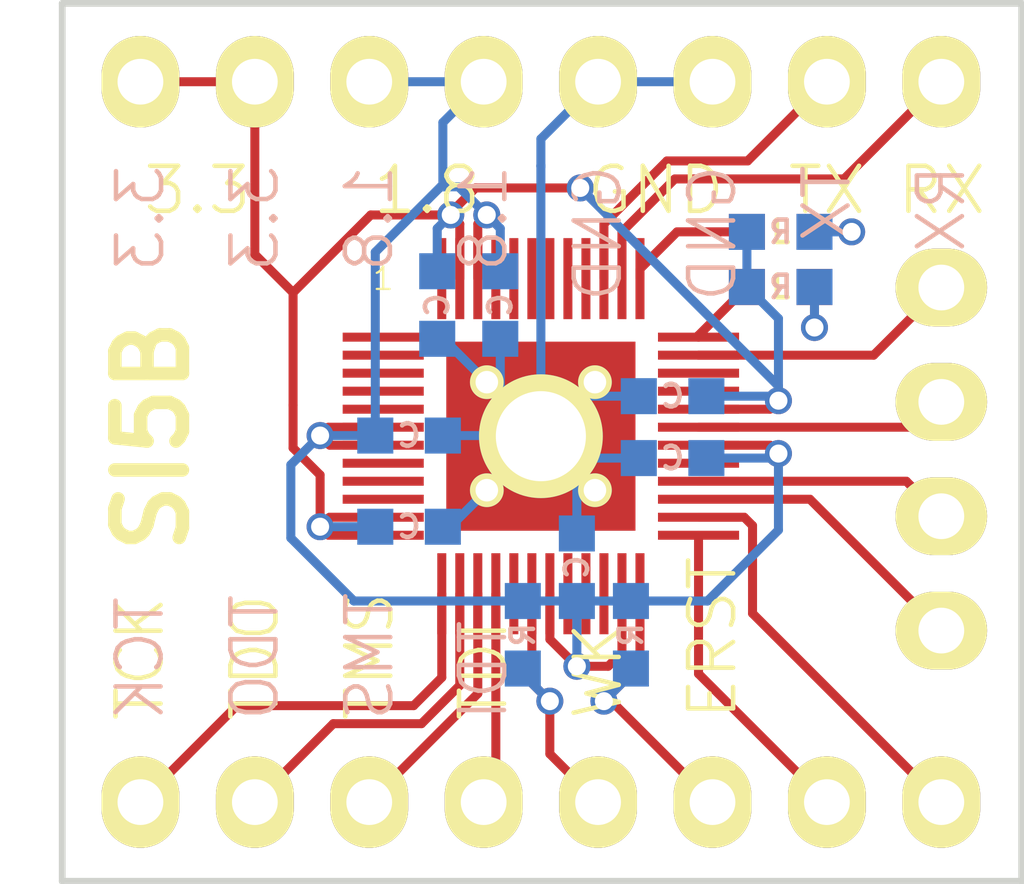
<source format=kicad_pcb>
(kicad_pcb (version 4) (host pcbnew 4.0.7-e2-6376~58~ubuntu16.04.1)

  (general
    (links 0)
    (no_connects 0)
    (area 0 0 0 0)
    (thickness 1.6)
    (drawings 28)
    (tracks 155)
    (zones 0)
    (modules 17)
    (nets 1)
  )

  (page A4)
  (layers
    (0 F.Cu signal)
    (31 B.Cu signal)
    (32 B.Adhes user)
    (33 F.Adhes user)
    (34 B.Paste user)
    (35 F.Paste user)
    (36 B.SilkS user)
    (37 F.SilkS user)
    (38 B.Mask user)
    (39 F.Mask user)
    (40 Dwgs.User user)
    (41 Cmts.User user)
    (42 Eco1.User user)
    (43 Eco2.User user)
    (44 Edge.Cuts user)
    (45 Margin user)
    (46 B.CrtYd user)
    (47 F.CrtYd user)
    (48 B.Fab user)
    (49 F.Fab user)
  )

  (setup
    (last_trace_width 0.2)
    (user_trace_width 0.2)
    (trace_clearance 0.2)
    (zone_clearance 0.508)
    (zone_45_only no)
    (trace_min 0.2)
    (segment_width 0.2)
    (edge_width 0.15)
    (via_size 0.6)
    (via_drill 0.4)
    (via_min_size 0.4)
    (via_min_drill 0.3)
    (uvia_size 0.3)
    (uvia_drill 0.1)
    (uvias_allowed no)
    (uvia_min_size 0.2)
    (uvia_min_drill 0.1)
    (pcb_text_width 0.3)
    (pcb_text_size 1.5 1.5)
    (mod_edge_width 0.15)
    (mod_text_size 1 1)
    (mod_text_width 0.15)
    (pad_size 1.524 1.524)
    (pad_drill 0.762)
    (pad_to_mask_clearance 0.2)
    (aux_axis_origin 0 0)
    (visible_elements FFFFFFFF)
    (pcbplotparams
      (layerselection 0x00030_80000001)
      (usegerberextensions false)
      (excludeedgelayer true)
      (linewidth 0.150000)
      (plotframeref false)
      (viasonmask false)
      (mode 1)
      (useauxorigin false)
      (hpglpennumber 1)
      (hpglpenspeed 20)
      (hpglpendiameter 15)
      (hpglpenoverlay 2)
      (psnegative false)
      (psa4output false)
      (plotreference true)
      (plotvalue true)
      (plotinvisibletext false)
      (padsonsilk false)
      (subtractmaskfromsilk false)
      (outputformat 1)
      (mirror false)
      (drillshape 1)
      (scaleselection 1)
      (outputdirectory ""))
  )

  (net 0 "")

  (net_class Default "This is the default net class."
    (clearance 0.2)
    (trace_width 0.25)
    (via_dia 0.6)
    (via_drill 0.4)
    (uvia_dia 0.3)
    (uvia_drill 0.1)
  )

  (module 00my_modules:SIFIVE-FE310-G000 (layer F.Cu) (tedit 5ADFBE1C) (tstamp 5ADFC02E)
    (at 144.526 99.314)
    (descr QFN6X6)
    (tags QFN6X6)
    (attr smd)
    (fp_text reference "" (at 0 -5.5) (layer F.SilkS)
      (effects (font (size 1 1) (thickness 0.15)))
    )
    (fp_text value 1 (at -3.5 -3.5) (layer F.SilkS)
      (effects (font (size 0.5 0.5) (thickness 0.05)))
    )
    (fp_line (start -3 -3) (end -3 3) (layer F.CrtYd) (width 0.05))
    (fp_line (start 3 -3) (end 3 3) (layer F.CrtYd) (width 0.05))
    (fp_line (start -3 -3) (end 3 -3) (layer F.CrtYd) (width 0.05))
    (fp_line (start -3 3) (end 3 3) (layer F.CrtYd) (width 0.05))
    (fp_line (start -2.6 -2.6) (end -2.6 2.6) (layer F.CrtYd) (width 0.05))
    (fp_line (start 2.6 -2.6) (end 2.6 2.6) (layer F.CrtYd) (width 0.05))
    (fp_line (start -2.6 -2.6) (end 2.6 -2.6) (layer F.CrtYd) (width 0.05))
    (fp_line (start -2.6 2.6) (end 2.6 2.6) (layer F.CrtYd) (width 0.05))
    (fp_line (start -2.1 -2.1) (end -2.1 2.1) (layer F.CrtYd) (width 0.05))
    (fp_line (start 2.1 -2.1) (end 2.1 2.1) (layer F.CrtYd) (width 0.05))
    (fp_line (start -2.1 -2.1) (end 2.1 -2.1) (layer F.CrtYd) (width 0.05))
    (fp_line (start -2.1 2.1) (end 2.1 2.1) (layer F.CrtYd) (width 0.05))
    (pad DQ3 smd rect (at -3.5 -2.2) (size 1.8 0.2) (layers F.Cu F.Paste F.Mask))
    (pad DQ2 smd rect (at -3.5 -1.8) (size 1.8 0.2) (layers F.Cu F.Paste F.Mask))
    (pad DQ1 smd rect (at -3.5 -1.4) (size 1.8 0.2) (layers F.Cu F.Paste F.Mask))
    (pad DQ0 smd rect (at -3.5 -1) (size 1.8 0.2) (layers F.Cu F.Paste F.Mask))
    (pad CS smd rect (at -3.5 -0.6) (size 1.8 0.2) (layers F.Cu F.Paste F.Mask))
    (pad 1.8V smd rect (at -3.5 -0.2) (size 1.8 0.2) (layers F.Cu F.Paste F.Mask))
    (pad 1.8V smd rect (at -3.5 0.2) (size 1.8 0.2) (layers F.Cu F.Paste F.Mask))
    (pad PLL smd rect (at -3.5 0.6) (size 1.8 0.2) (layers F.Cu F.Paste F.Mask))
    (pad XIN smd rect (at -3.5 1) (size 1.8 0.2) (layers F.Cu F.Paste F.Mask))
    (pad NC smd rect (at -3.5 1.4) (size 1.8 0.2) (layers F.Cu F.Paste F.Mask))
    (pad 3.3V smd rect (at -3.5 1.8) (size 1.8 0.2) (layers F.Cu F.Paste F.Mask))
    (pad 3.3V smd rect (at -3.5 2.2) (size 1.8 0.2) (layers F.Cu F.Paste F.Mask))
    (pad TCK smd rect (at -2.2 3.5 90) (size 1.8 0.2) (layers F.Cu F.Paste F.Mask))
    (pad TDO smd rect (at -1.8 3.5 90) (size 1.8 0.2) (layers F.Cu F.Paste F.Mask))
    (pad TMS smd rect (at -1.4 3.5 90) (size 1.8 0.2) (layers F.Cu F.Paste F.Mask))
    (pad TDI smd rect (at -1 3.5 90) (size 1.8 0.2) (layers F.Cu F.Paste F.Mask))
    (pad 17 smd rect (at -0.6 3.5 90) (size 1.8 0.2) (layers F.Cu F.Paste F.Mask))
    (pad WAKE smd rect (at -0.2 3.5 90) (size 1.8 0.2) (layers F.Cu F.Paste F.Mask))
    (pad 1.8V smd rect (at 0.2 3.5 90) (size 1.8 0.2) (layers F.Cu F.Paste F.Mask))
    (pad 20 smd rect (at 0.6 3.5 90) (size 1.8 0.2) (layers F.Cu F.Paste F.Mask))
    (pad 21 smd rect (at 1 3.5 90) (size 1.8 0.2) (layers F.Cu F.Paste F.Mask))
    (pad 22 smd rect (at 1.4 3.5 90) (size 1.8 0.2) (layers F.Cu F.Paste F.Mask))
    (pad 1.8V smd rect (at 1.8 3.5 90) (size 1.8 0.2) (layers F.Cu F.Paste F.Mask))
    (pad ERST smd rect (at 2.2 3.5 90) (size 1.8 0.2) (layers F.Cu F.Paste F.Mask))
    (pad G00 smd rect (at 3.5 2.2) (size 1.8 0.2) (layers F.Cu F.Paste F.Mask))
    (pad G01 smd rect (at 3.5 1.8) (size 1.8 0.2) (layers F.Cu F.Paste F.Mask))
    (pad G02 smd rect (at 3.5 1.4) (size 1.8 0.2) (layers F.Cu F.Paste F.Mask))
    (pad G03 smd rect (at 3.5 1) (size 1.8 0.2) (layers F.Cu F.Paste F.Mask))
    (pad G04 smd rect (at 3.5 0.6) (size 1.8 0.2) (layers F.Cu F.Paste F.Mask))
    (pad 1.8V smd rect (at 3.5 0.2) (size 1.8 0.2) (layers F.Cu F.Paste F.Mask))
    (pad G05 smd rect (at 3.5 -0.2) (size 1.8 0.2) (layers F.Cu F.Paste F.Mask))
    (pad 3.3V smd rect (at 3.5 -0.6) (size 1.8 0.2) (layers F.Cu F.Paste F.Mask))
    (pad G09 smd rect (at 3.5 -1) (size 1.8 0.2) (layers F.Cu F.Paste F.Mask))
    (pad G10 smd rect (at 3.5 -1.4) (size 1.8 0.2) (layers F.Cu F.Paste F.Mask))
    (pad G11 smd rect (at 3.5 -1.8) (size 1.8 0.2) (layers F.Cu F.Paste F.Mask))
    (pad G12 smd rect (at 3.5 -2.2) (size 1.8 0.2) (layers F.Cu F.Paste F.Mask))
    (pad G13 smd rect (at 2.2 -3.5 90) (size 1.8 0.2) (layers F.Cu F.Paste F.Mask))
    (pad RX smd rect (at 1.8 -3.5 90) (size 1.8 0.2) (layers F.Cu F.Paste F.Mask))
    (pad TX smd rect (at 1.4 -3.5 90) (size 1.8 0.2) (layers F.Cu F.Paste F.Mask))
    (pad G18 smd rect (at 1 -3.5 90) (size 1.8 0.2) (layers F.Cu F.Paste F.Mask))
    (pad G19 smd rect (at 0.6 -3.5 90) (size 1.8 0.2) (layers F.Cu F.Paste F.Mask))
    (pad G20 smd rect (at 0.2 -3.5 90) (size 1.8 0.2) (layers F.Cu F.Paste F.Mask))
    (pad G21 smd rect (at -0.2 -3.5 90) (size 1.8 0.2) (layers F.Cu F.Paste F.Mask))
    (pad G22 smd rect (at -0.6 -3.5 90) (size 1.8 0.2) (layers F.Cu F.Paste F.Mask))
    (pad G23 smd rect (at -1 -3.5 90) (size 1.8 0.2) (layers F.Cu F.Paste F.Mask))
    (pad 1.8V smd rect (at -1.4 -3.5 90) (size 1.8 0.2) (layers F.Cu F.Paste F.Mask))
    (pad 3.3V smd rect (at -1.8 -3.5 90) (size 1.8 0.2) (layers F.Cu F.Paste F.Mask))
    (pad SCK smd rect (at -2.2 -3.5 90) (size 1.8 0.2) (layers F.Cu F.Paste F.Mask))
    (pad GND smd rect (at 0 0) (size 4.2 4.2) (layers F.Cu F.Paste F.Mask))
    (pad "" thru_hole circle (at 0 0) (size 2.75 2.75) (drill 2) (layers *.Cu *.Mask F.SilkS))
    (pad "" thru_hole circle (at 1.2 1.2) (size 0.75 0.75) (drill 0.5) (layers *.Cu *.Mask F.SilkS))
    (pad "" thru_hole circle (at 1.2 -1.2) (size 0.75 0.75) (drill 0.5) (layers *.Cu *.Mask F.SilkS))
    (pad "" thru_hole circle (at -1.2 1.2) (size 0.75 0.75) (drill 0.5) (layers *.Cu *.Mask F.SilkS))
    (pad "" thru_hole circle (at -1.2 -1.2) (size 0.75 0.75) (drill 0.5) (layers *.Cu *.Mask F.SilkS))
  )

  (module 00my_modules:R_0603 (layer B.Cu) (tedit 5ADFD1C4) (tstamp 5ADFC4F7)
    (at 141.6 101.325)
    (descr R0603)
    (tags "resistor capacitor led 0603")
    (attr smd)
    (fp_text reference C (at 0 0) (layer B.SilkS)
      (effects (font (size 0.5 0.5) (thickness 0.1)) (justify mirror))
    )
    (fp_text value "" (at 0 -0.6) (layer B.Fab)
      (effects (font (size 0.1 0.1) (thickness 0.01)) (justify mirror))
    )
    (fp_line (start -1.2 0.45) (end 1.2 0.45) (layer B.CrtYd) (width 0.01))
    (fp_line (start -1.2 -0.45) (end 1.2 -0.45) (layer B.CrtYd) (width 0.01))
    (fp_line (start -1.2 0.45) (end -1.2 -0.45) (layer B.CrtYd) (width 0.01))
    (fp_line (start 1.2 0.45) (end 1.2 -0.45) (layer B.CrtYd) (width 0.01))
    (pad 1 smd rect (at -0.75 0) (size 0.8 0.8) (layers B.Cu B.Paste B.Mask))
    (pad 2 smd rect (at 0.75 0) (size 0.8 0.8) (layers B.Cu B.Paste B.Mask))
  )

  (module 00my_modules:R_0603 (layer B.Cu) (tedit 5ADFD212) (tstamp 5ADFC50A)
    (at 147.45 98.425)
    (descr R0603)
    (tags "resistor capacitor led 0603")
    (attr smd)
    (fp_text reference C (at 0 0) (layer B.SilkS)
      (effects (font (size 0.5 0.5) (thickness 0.1)) (justify mirror))
    )
    (fp_text value "" (at 0 -0.6) (layer B.Fab)
      (effects (font (size 0.1 0.1) (thickness 0.01)) (justify mirror))
    )
    (fp_line (start -1.2 0.45) (end 1.2 0.45) (layer B.CrtYd) (width 0.01))
    (fp_line (start -1.2 -0.45) (end 1.2 -0.45) (layer B.CrtYd) (width 0.01))
    (fp_line (start -1.2 0.45) (end -1.2 -0.45) (layer B.CrtYd) (width 0.01))
    (fp_line (start 1.2 0.45) (end 1.2 -0.45) (layer B.CrtYd) (width 0.01))
    (pad 1 smd rect (at -0.75 0) (size 0.8 0.8) (layers B.Cu B.Paste B.Mask))
    (pad 2 smd rect (at 0.75 0) (size 0.8 0.8) (layers B.Cu B.Paste B.Mask))
  )

  (module 00my_modules:R_0603 (layer B.Cu) (tedit 5ADFD21E) (tstamp 5ADFC51D)
    (at 147.45 99.8)
    (descr R0603)
    (tags "resistor capacitor led 0603")
    (attr smd)
    (fp_text reference C (at 0 0) (layer B.SilkS)
      (effects (font (size 0.5 0.5) (thickness 0.1)) (justify mirror))
    )
    (fp_text value "" (at 0 -0.6) (layer B.Fab)
      (effects (font (size 0.1 0.1) (thickness 0.01)) (justify mirror))
    )
    (fp_line (start -1.2 0.45) (end 1.2 0.45) (layer B.CrtYd) (width 0.01))
    (fp_line (start -1.2 -0.45) (end 1.2 -0.45) (layer B.CrtYd) (width 0.01))
    (fp_line (start -1.2 0.45) (end -1.2 -0.45) (layer B.CrtYd) (width 0.01))
    (fp_line (start 1.2 0.45) (end 1.2 -0.45) (layer B.CrtYd) (width 0.01))
    (pad 1 smd rect (at -0.75 0) (size 0.8 0.8) (layers B.Cu B.Paste B.Mask))
    (pad 2 smd rect (at 0.75 0) (size 0.8 0.8) (layers B.Cu B.Paste B.Mask))
  )

  (module 00my_modules:R_0603 (layer B.Cu) (tedit 5ADFD1AE) (tstamp 5ADFC530)
    (at 145.325 102.225 90)
    (descr R0603)
    (tags "resistor capacitor led 0603")
    (attr smd)
    (fp_text reference C (at 0 0 90) (layer B.SilkS)
      (effects (font (size 0.5 0.5) (thickness 0.1)) (justify mirror))
    )
    (fp_text value "" (at 0 -0.6 90) (layer B.Fab)
      (effects (font (size 0.1 0.1) (thickness 0.01)) (justify mirror))
    )
    (fp_line (start -1.2 0.45) (end 1.2 0.45) (layer B.CrtYd) (width 0.01))
    (fp_line (start -1.2 -0.45) (end 1.2 -0.45) (layer B.CrtYd) (width 0.01))
    (fp_line (start -1.2 0.45) (end -1.2 -0.45) (layer B.CrtYd) (width 0.01))
    (fp_line (start 1.2 0.45) (end 1.2 -0.45) (layer B.CrtYd) (width 0.01))
    (pad 1 smd rect (at -0.75 0 90) (size 0.8 0.8) (layers B.Cu B.Paste B.Mask))
    (pad 2 smd rect (at 0.75 0 90) (size 0.8 0.8) (layers B.Cu B.Paste B.Mask))
  )

  (module 00my_modules:R_0603 (layer B.Cu) (tedit 5ADFD1D6) (tstamp 5ADFC547)
    (at 141.6 99.3)
    (descr R0603)
    (tags "resistor capacitor led 0603")
    (attr smd)
    (fp_text reference C (at 0 0) (layer B.SilkS)
      (effects (font (size 0.5 0.5) (thickness 0.1)) (justify mirror))
    )
    (fp_text value "" (at 0 -0.6) (layer B.Fab)
      (effects (font (size 0.1 0.1) (thickness 0.01)) (justify mirror))
    )
    (fp_line (start -1.2 0.45) (end 1.2 0.45) (layer B.CrtYd) (width 0.01))
    (fp_line (start -1.2 -0.45) (end 1.2 -0.45) (layer B.CrtYd) (width 0.01))
    (fp_line (start -1.2 0.45) (end -1.2 -0.45) (layer B.CrtYd) (width 0.01))
    (fp_line (start 1.2 0.45) (end 1.2 -0.45) (layer B.CrtYd) (width 0.01))
    (pad 1 smd rect (at -0.75 0) (size 0.8 0.8) (layers B.Cu B.Paste B.Mask))
    (pad 2 smd rect (at 0.75 0) (size 0.8 0.8) (layers B.Cu B.Paste B.Mask))
  )

  (module 00my_modules:R_0603 (layer B.Cu) (tedit 5ADFD1E4) (tstamp 5ADFC55A)
    (at 142.225 96.4 90)
    (descr R0603)
    (tags "resistor capacitor led 0603")
    (attr smd)
    (fp_text reference C (at 0 0 90) (layer B.SilkS)
      (effects (font (size 0.5 0.5) (thickness 0.1)) (justify mirror))
    )
    (fp_text value "" (at 0 -0.6 90) (layer B.Fab)
      (effects (font (size 0.1 0.1) (thickness 0.01)) (justify mirror))
    )
    (fp_line (start -1.2 0.45) (end 1.2 0.45) (layer B.CrtYd) (width 0.01))
    (fp_line (start -1.2 -0.45) (end 1.2 -0.45) (layer B.CrtYd) (width 0.01))
    (fp_line (start -1.2 0.45) (end -1.2 -0.45) (layer B.CrtYd) (width 0.01))
    (fp_line (start 1.2 0.45) (end 1.2 -0.45) (layer B.CrtYd) (width 0.01))
    (pad 1 smd rect (at -0.75 0 90) (size 0.8 0.8) (layers B.Cu B.Paste B.Mask))
    (pad 2 smd rect (at 0.75 0 90) (size 0.8 0.8) (layers B.Cu B.Paste B.Mask))
  )

  (module 00my_modules:R_0603 (layer B.Cu) (tedit 5ADFD1F3) (tstamp 5ADFC56D)
    (at 143.625 96.4 90)
    (descr R0603)
    (tags "resistor capacitor led 0603")
    (attr smd)
    (fp_text reference C (at 0 0 90) (layer B.SilkS)
      (effects (font (size 0.5 0.5) (thickness 0.1)) (justify mirror))
    )
    (fp_text value "" (at 0 -0.6 90) (layer B.Fab)
      (effects (font (size 0.1 0.1) (thickness 0.01)) (justify mirror))
    )
    (fp_line (start -1.2 0.45) (end 1.2 0.45) (layer B.CrtYd) (width 0.01))
    (fp_line (start -1.2 -0.45) (end 1.2 -0.45) (layer B.CrtYd) (width 0.01))
    (fp_line (start -1.2 0.45) (end -1.2 -0.45) (layer B.CrtYd) (width 0.01))
    (fp_line (start 1.2 0.45) (end 1.2 -0.45) (layer B.CrtYd) (width 0.01))
    (pad 1 smd rect (at -0.75 0 90) (size 0.8 0.8) (layers B.Cu B.Paste B.Mask))
    (pad 2 smd rect (at 0.75 0 90) (size 0.8 0.8) (layers B.Cu B.Paste B.Mask))
  )

  (module 00my_modules:R_0603 (layer B.Cu) (tedit 5ADFD175) (tstamp 5ADFC623)
    (at 144.125 103.725 90)
    (descr R0603)
    (tags "resistor capacitor led 0603")
    (attr smd)
    (fp_text reference R (at 0 0 90) (layer B.SilkS)
      (effects (font (size 0.5 0.5) (thickness 0.1)) (justify mirror))
    )
    (fp_text value "" (at 0 -0.6 90) (layer B.Fab)
      (effects (font (size 0.1 0.1) (thickness 0.01)) (justify mirror))
    )
    (fp_line (start -1.2 0.45) (end 1.2 0.45) (layer B.CrtYd) (width 0.01))
    (fp_line (start -1.2 -0.45) (end 1.2 -0.45) (layer B.CrtYd) (width 0.01))
    (fp_line (start -1.2 0.45) (end -1.2 -0.45) (layer B.CrtYd) (width 0.01))
    (fp_line (start 1.2 0.45) (end 1.2 -0.45) (layer B.CrtYd) (width 0.01))
    (pad 1 smd rect (at -0.75 0 90) (size 0.8 0.8) (layers B.Cu B.Paste B.Mask))
    (pad 2 smd rect (at 0.75 0 90) (size 0.8 0.8) (layers B.Cu B.Paste B.Mask))
  )

  (module 00my_modules:R_0603 (layer B.Cu) (tedit 5ADFD18F) (tstamp 5ADFC636)
    (at 146.525 103.725 90)
    (descr R0603)
    (tags "resistor capacitor led 0603")
    (attr smd)
    (fp_text reference R (at 0 0 90) (layer B.SilkS)
      (effects (font (size 0.5 0.5) (thickness 0.1)) (justify mirror))
    )
    (fp_text value "" (at 0 -0.6 90) (layer B.Fab)
      (effects (font (size 0.1 0.1) (thickness 0.01)) (justify mirror))
    )
    (fp_line (start -1.2 0.45) (end 1.2 0.45) (layer B.CrtYd) (width 0.01))
    (fp_line (start -1.2 -0.45) (end 1.2 -0.45) (layer B.CrtYd) (width 0.01))
    (fp_line (start -1.2 0.45) (end -1.2 -0.45) (layer B.CrtYd) (width 0.01))
    (fp_line (start 1.2 0.45) (end 1.2 -0.45) (layer B.CrtYd) (width 0.01))
    (pad 1 smd rect (at -0.75 0 90) (size 0.8 0.8) (layers B.Cu B.Paste B.Mask))
    (pad 2 smd rect (at 0.75 0 90) (size 0.8 0.8) (layers B.Cu B.Paste B.Mask))
  )

  (module 00my_modules:Pin_Header_Straight_1x08 (layer F.Cu) (tedit 0) (tstamp 5ADFC9BA)
    (at 135.636 91.44 90)
    (descr "Through hole pin header")
    (tags "pin header")
    (fp_text reference "" (at 0 -2.4 90) (layer F.SilkS)
      (effects (font (size 0.5 0.5) (thickness 0.01)))
    )
    (fp_text value "" (at 0 -3.1 90) (layer F.Fab)
      (effects (font (size 0.5 0.5) (thickness 0.01)))
    )
    (fp_line (start -1.75 -1.75) (end -1.75 19.56) (layer F.CrtYd) (width 0.05))
    (fp_line (start 1.75 -1.75) (end 1.75 19.56) (layer F.CrtYd) (width 0.05))
    (fp_line (start -1.75 -1.75) (end 1.75 -1.75) (layer F.CrtYd) (width 0.05))
    (fp_line (start -1.75 19.56) (end 1.75 19.56) (layer F.CrtYd) (width 0.05))
    (pad 1 thru_hole oval (at 0 0 90) (size 2.032 1.7272) (drill 1.016) (layers *.Cu *.Mask F.SilkS))
    (pad 2 thru_hole oval (at 0 2.54 90) (size 2.032 1.7272) (drill 1.016) (layers *.Cu *.Mask F.SilkS))
    (pad 3 thru_hole oval (at 0 5.08 90) (size 2.032 1.7272) (drill 1.016) (layers *.Cu *.Mask F.SilkS))
    (pad 4 thru_hole oval (at 0 7.62 90) (size 2.032 1.7272) (drill 1.016) (layers *.Cu *.Mask F.SilkS))
    (pad 5 thru_hole oval (at 0 10.16 90) (size 2.032 1.7272) (drill 1.016) (layers *.Cu *.Mask F.SilkS))
    (pad 6 thru_hole oval (at 0 12.7 90) (size 2.032 1.7272) (drill 1.016) (layers *.Cu *.Mask F.SilkS))
    (pad 7 thru_hole oval (at 0 15.24 90) (size 2.032 1.7272) (drill 1.016) (layers *.Cu *.Mask F.SilkS))
    (pad 8 thru_hole oval (at 0 17.78 90) (size 2.032 1.7272) (drill 1.016) (layers *.Cu *.Mask F.SilkS))
  )

  (module 00my_modules:Pin_Header_Straight_1x08 (layer F.Cu) (tedit 0) (tstamp 5ADFC9FB)
    (at 135.636 107.442 90)
    (descr "Through hole pin header")
    (tags "pin header")
    (fp_text reference "" (at 0 -2.4 90) (layer F.SilkS)
      (effects (font (size 0.5 0.5) (thickness 0.01)))
    )
    (fp_text value "" (at 0 -3.1 90) (layer F.Fab)
      (effects (font (size 0.5 0.5) (thickness 0.01)))
    )
    (fp_line (start -1.75 -1.75) (end -1.75 19.56) (layer F.CrtYd) (width 0.05))
    (fp_line (start 1.75 -1.75) (end 1.75 19.56) (layer F.CrtYd) (width 0.05))
    (fp_line (start -1.75 -1.75) (end 1.75 -1.75) (layer F.CrtYd) (width 0.05))
    (fp_line (start -1.75 19.56) (end 1.75 19.56) (layer F.CrtYd) (width 0.05))
    (pad 1 thru_hole oval (at 0 0 90) (size 2.032 1.7272) (drill 1.016) (layers *.Cu *.Mask F.SilkS))
    (pad 2 thru_hole oval (at 0 2.54 90) (size 2.032 1.7272) (drill 1.016) (layers *.Cu *.Mask F.SilkS))
    (pad 3 thru_hole oval (at 0 5.08 90) (size 2.032 1.7272) (drill 1.016) (layers *.Cu *.Mask F.SilkS))
    (pad 4 thru_hole oval (at 0 7.62 90) (size 2.032 1.7272) (drill 1.016) (layers *.Cu *.Mask F.SilkS))
    (pad 5 thru_hole oval (at 0 10.16 90) (size 2.032 1.7272) (drill 1.016) (layers *.Cu *.Mask F.SilkS))
    (pad 6 thru_hole oval (at 0 12.7 90) (size 2.032 1.7272) (drill 1.016) (layers *.Cu *.Mask F.SilkS))
    (pad 7 thru_hole oval (at 0 15.24 90) (size 2.032 1.7272) (drill 1.016) (layers *.Cu *.Mask F.SilkS))
    (pad 8 thru_hole oval (at 0 17.78 90) (size 2.032 1.7272) (drill 1.016) (layers *.Cu *.Mask F.SilkS))
  )

  (module 00my_modules:R_0603 (layer B.Cu) (tedit 5ADFD24D) (tstamp 5ADFCA33)
    (at 149.85 94.775)
    (descr R0603)
    (tags "resistor capacitor led 0603")
    (attr smd)
    (fp_text reference R (at 0 0) (layer B.SilkS)
      (effects (font (size 0.5 0.5) (thickness 0.1)) (justify mirror))
    )
    (fp_text value "" (at 0 -0.6) (layer B.Fab)
      (effects (font (size 0.1 0.1) (thickness 0.01)) (justify mirror))
    )
    (fp_line (start -1.2 0.45) (end 1.2 0.45) (layer B.CrtYd) (width 0.01))
    (fp_line (start -1.2 -0.45) (end 1.2 -0.45) (layer B.CrtYd) (width 0.01))
    (fp_line (start -1.2 0.45) (end -1.2 -0.45) (layer B.CrtYd) (width 0.01))
    (fp_line (start 1.2 0.45) (end 1.2 -0.45) (layer B.CrtYd) (width 0.01))
    (pad 1 smd rect (at -0.75 0) (size 0.8 0.8) (layers B.Cu B.Paste B.Mask))
    (pad 2 smd rect (at 0.75 0) (size 0.8 0.8) (layers B.Cu B.Paste B.Mask))
  )

  (module 00my_modules:L_0603 (layer F.Cu) (tedit 5ADFD2A2) (tstamp 5ADFCC19)
    (at 149.85 94.775 180)
    (descr R0603)
    (tags "resistor capacitor led 0603")
    (attr smd)
    (fp_text reference L (at 0 0 180) (layer F.SilkS)
      (effects (font (size 0.5 0.5) (thickness 0.1)))
    )
    (fp_text value "" (at 0 0.6 180) (layer F.Fab)
      (effects (font (size 0.1 0.1) (thickness 0.01)))
    )
    (fp_line (start -1.2 -0.45) (end 1.2 -0.45) (layer F.CrtYd) (width 0.01))
    (fp_line (start -1.2 0.45) (end 1.2 0.45) (layer F.CrtYd) (width 0.01))
    (fp_line (start -1.2 -0.45) (end -1.2 0.45) (layer F.CrtYd) (width 0.01))
    (fp_line (start 1.2 -0.45) (end 1.2 0.45) (layer F.CrtYd) (width 0.01))
    (fp_line (start -0.1 0) (end 0.1 0.2) (layer F.CrtYd) (width 0.01))
    (fp_line (start -0.1 0) (end 0.1 -0.2) (layer F.CrtYd) (width 0.01))
    (fp_line (start -0.1 0.2) (end -0.1 -0.2) (layer F.CrtYd) (width 0.01))
    (fp_line (start 0.1 0.2) (end 0.1 -0.2) (layer F.CrtYd) (width 0.01))
    (pad 1 smd rect (at -0.75 0 180) (size 0.8 0.8) (layers F.Cu F.Paste F.Mask))
    (pad 2 smd rect (at 0.75 0 180) (size 0.8 0.8) (layers F.Cu F.Paste F.Mask))
  )

  (module 00my_modules:R_0603 (layer B.Cu) (tedit 5ADFD26D) (tstamp 5ADFCC9F)
    (at 149.85 96)
    (descr R0603)
    (tags "resistor capacitor led 0603")
    (attr smd)
    (fp_text reference R (at 0 0) (layer B.SilkS)
      (effects (font (size 0.5 0.5) (thickness 0.1)) (justify mirror))
    )
    (fp_text value "" (at 0 -0.6) (layer B.Fab)
      (effects (font (size 0.1 0.1) (thickness 0.01)) (justify mirror))
    )
    (fp_line (start -1.2 0.45) (end 1.2 0.45) (layer B.CrtYd) (width 0.01))
    (fp_line (start -1.2 -0.45) (end 1.2 -0.45) (layer B.CrtYd) (width 0.01))
    (fp_line (start -1.2 0.45) (end -1.2 -0.45) (layer B.CrtYd) (width 0.01))
    (fp_line (start 1.2 0.45) (end 1.2 -0.45) (layer B.CrtYd) (width 0.01))
    (pad 1 smd rect (at -0.75 0) (size 0.8 0.8) (layers B.Cu B.Paste B.Mask))
    (pad 2 smd rect (at 0.75 0) (size 0.8 0.8) (layers B.Cu B.Paste B.Mask))
  )

  (module 00my_modules:L_0603 (layer F.Cu) (tedit 5ADFD28E) (tstamp 5ADFCCE2)
    (at 149.85 96 180)
    (descr R0603)
    (tags "resistor capacitor led 0603")
    (attr smd)
    (fp_text reference L (at 0 0 180) (layer F.SilkS)
      (effects (font (size 0.5 0.5) (thickness 0.1)))
    )
    (fp_text value "" (at 0 0.6 180) (layer F.Fab)
      (effects (font (size 0.1 0.1) (thickness 0.01)))
    )
    (fp_line (start -1.2 -0.45) (end 1.2 -0.45) (layer F.CrtYd) (width 0.01))
    (fp_line (start -1.2 0.45) (end 1.2 0.45) (layer F.CrtYd) (width 0.01))
    (fp_line (start -1.2 -0.45) (end -1.2 0.45) (layer F.CrtYd) (width 0.01))
    (fp_line (start 1.2 -0.45) (end 1.2 0.45) (layer F.CrtYd) (width 0.01))
    (fp_line (start -0.1 0) (end 0.1 0.2) (layer F.CrtYd) (width 0.01))
    (fp_line (start -0.1 0) (end 0.1 -0.2) (layer F.CrtYd) (width 0.01))
    (fp_line (start -0.1 0.2) (end -0.1 -0.2) (layer F.CrtYd) (width 0.01))
    (fp_line (start 0.1 0.2) (end 0.1 -0.2) (layer F.CrtYd) (width 0.01))
    (pad 1 smd rect (at -0.75 0 180) (size 0.8 0.8) (layers F.Cu F.Paste F.Mask))
    (pad 2 smd rect (at 0.75 0 180) (size 0.8 0.8) (layers F.Cu F.Paste F.Mask))
  )

  (module 00my_modules:Pin_Header_Straight_1x04 (layer F.Cu) (tedit 0) (tstamp 5ADFCF0F)
    (at 153.416 96.012)
    (descr "Through hole pin header")
    (tags "pin header")
    (fp_text reference "" (at 0 -2.4) (layer F.SilkS)
      (effects (font (size 0.5 0.5) (thickness 0.01)))
    )
    (fp_text value "" (at 0 -3.1) (layer F.Fab)
      (effects (font (size 0.5 0.5) (thickness 0.01)))
    )
    (fp_line (start -1.75 -1.75) (end -1.75 9.04) (layer F.CrtYd) (width 0.05))
    (fp_line (start 1.75 -1.75) (end 1.75 9.04) (layer F.CrtYd) (width 0.05))
    (fp_line (start -1.75 -1.75) (end 1.75 -1.75) (layer F.CrtYd) (width 0.05))
    (fp_line (start -1.75 9.04) (end 1.75 9.04) (layer F.CrtYd) (width 0.05))
    (pad 1 thru_hole oval (at 0 0) (size 2.032 1.7272) (drill 1.016) (layers *.Cu *.Mask F.SilkS))
    (pad 2 thru_hole oval (at 0 2.54) (size 2.032 1.7272) (drill 1.016) (layers *.Cu *.Mask F.SilkS))
    (pad 3 thru_hole oval (at 0 5.08) (size 2.032 1.7272) (drill 1.016) (layers *.Cu *.Mask F.SilkS))
    (pad 4 thru_hole oval (at 0 7.62) (size 2.032 1.7272) (drill 1.016) (layers *.Cu *.Mask F.SilkS))
  )

  (gr_text RX (at 153.416 93.218 90) (layer B.SilkS)
    (effects (font (size 1 1) (thickness 0.1)) (justify left mirror))
  )
  (gr_text TX (at 150.876 93.218 90) (layer B.SilkS)
    (effects (font (size 1 1) (thickness 0.1)) (justify left mirror))
  )
  (gr_text GND (at 148.336 93.218 90) (layer B.SilkS)
    (effects (font (size 1 1) (thickness 0.1)) (justify left mirror))
  )
  (gr_text GND (at 145.796 93.218 90) (layer B.SilkS)
    (effects (font (size 1 1) (thickness 0.1)) (justify left mirror))
  )
  (gr_text 1.8 (at 143.256 93.218 90) (layer B.SilkS)
    (effects (font (size 1 1) (thickness 0.1)) (justify left mirror))
  )
  (gr_text 1.8 (at 140.716 93.218 90) (layer B.SilkS)
    (effects (font (size 1 1) (thickness 0.1)) (justify left mirror))
  )
  (gr_text 3.3 (at 138.176 93.218 90) (layer B.SilkS)
    (effects (font (size 1 1) (thickness 0.1)) (justify left mirror))
  )
  (gr_text 3.3 (at 135.636 93.218 90) (layer B.SilkS)
    (effects (font (size 1 1) (thickness 0.1)) (justify left mirror))
  )
  (gr_text ERST (at 148.336 105.664 90) (layer F.SilkS)
    (effects (font (size 1 1) (thickness 0.1)) (justify left))
  )
  (gr_text WK (at 145.796 105.664 90) (layer F.SilkS)
    (effects (font (size 1 1) (thickness 0.1)) (justify left))
  )
  (gr_text SI5B (at 135.89 99.314 90) (layer F.SilkS)
    (effects (font (size 1.5 1.5) (thickness 0.3)))
  )
  (gr_line (start 133.9 89.7) (end 155.2 89.7) (angle 90) (layer Edge.Cuts) (width 0.15))
  (gr_line (start 133.9 109.2) (end 133.9 89.7) (angle 90) (layer Edge.Cuts) (width 0.15))
  (gr_line (start 155.2 109.2) (end 133.9 109.2) (angle 90) (layer Edge.Cuts) (width 0.15))
  (gr_line (start 155.2 89.7) (end 155.2 109.2) (angle 90) (layer Edge.Cuts) (width 0.15))
  (gr_text TDI (at 143.25 105.7 90) (layer F.SilkS)
    (effects (font (size 1 1) (thickness 0.1)) (justify left))
  )
  (gr_text TMS (at 140.725 105.7 90) (layer F.SilkS)
    (effects (font (size 1 1) (thickness 0.1)) (justify left))
  )
  (gr_text TDO (at 138.175 105.7 90) (layer F.SilkS)
    (effects (font (size 1 1) (thickness 0.1)) (justify left))
  )
  (gr_text TCK (at 135.625 105.7 90) (layer F.SilkS)
    (effects (font (size 1 1) (thickness 0.1)) (justify left))
  )
  (gr_text TDI (at 143.25 105.7 90) (layer B.SilkS)
    (effects (font (size 1 1) (thickness 0.1)) (justify right mirror))
  )
  (gr_text TMS (at 140.725 105.7 90) (layer B.SilkS)
    (effects (font (size 1 1) (thickness 0.1)) (justify right mirror))
  )
  (gr_text TDO (at 138.175 105.7 90) (layer B.SilkS)
    (effects (font (size 1 1) (thickness 0.1)) (justify right mirror))
  )
  (gr_text TCK (at 135.625 105.7 90) (layer B.SilkS)
    (effects (font (size 1 1) (thickness 0.1)) (justify right mirror))
  )
  (gr_text RX (at 153.425 93.85) (layer F.SilkS)
    (effects (font (size 1 1) (thickness 0.1)))
  )
  (gr_text TX (at 150.875 93.85) (layer F.SilkS)
    (effects (font (size 1 1) (thickness 0.1)))
  )
  (gr_text GND (at 147.075 93.85) (layer F.SilkS)
    (effects (font (size 1 1) (thickness 0.1)))
  )
  (gr_text 1.8 (at 142 93.85) (layer F.SilkS)
    (effects (font (size 1 1) (thickness 0.1)))
  )
  (gr_text 3.3 (at 136.9 93.85) (layer F.SilkS)
    (effects (font (size 1 1) (thickness 0.1)))
  )

  (segment (start 146.326 102.814) (end 146.326 104.118) (width 0.2) (layer F.Cu) (net 0) (status 400000))
  (segment (start 146.019 104.425) (end 145.325 104.425) (width 0.2) (layer F.Cu) (net 0) (tstamp 5ADFD067))
  (segment (start 146.326 104.118) (end 146.019 104.425) (width 0.2) (layer F.Cu) (net 0) (tstamp 5ADFD066))
  (segment (start 148.026 97.514) (end 151.914 97.514) (width 0.2) (layer F.Cu) (net 0))
  (segment (start 151.914 97.514) (end 153.416 96.012) (width 0.2) (layer F.Cu) (net 0) (tstamp 5ADFD041))
  (segment (start 148.026 99.114) (end 152.854 99.114) (width 0.2) (layer F.Cu) (net 0))
  (segment (start 152.854 99.114) (end 153.416 98.552) (width 0.2) (layer F.Cu) (net 0) (tstamp 5ADFD03F))
  (segment (start 148.026 100.314) (end 152.638 100.314) (width 0.2) (layer F.Cu) (net 0))
  (segment (start 152.638 100.314) (end 153.416 101.092) (width 0.2) (layer F.Cu) (net 0) (tstamp 5ADFD03C))
  (segment (start 148.026 100.714) (end 150.498 100.714) (width 0.2) (layer F.Cu) (net 0))
  (segment (start 150.498 100.714) (end 153.416 103.632) (width 0.2) (layer F.Cu) (net 0) (tstamp 5ADFD039))
  (segment (start 148.026 101.114) (end 149.039 101.114) (width 0.2) (layer F.Cu) (net 0))
  (segment (start 149.225 103.251) (end 153.416 107.442) (width 0.2) (layer F.Cu) (net 0) (tstamp 5ADFD032))
  (segment (start 149.225 101.3) (end 149.225 103.251) (width 0.2) (layer F.Cu) (net 0) (tstamp 5ADFD031))
  (segment (start 149.039 101.114) (end 149.225 101.3) (width 0.2) (layer F.Cu) (net 0) (tstamp 5ADFD02F))
  (segment (start 149.1 94.775) (end 149.1 96) (width 0.2) (layer B.Cu) (net 0))
  (segment (start 149.1 96) (end 149.8 96.7) (width 0.2) (layer B.Cu) (net 0) (tstamp 5ADFCFFA))
  (segment (start 149.8 96.7) (end 149.8 98.525) (width 0.2) (layer B.Cu) (net 0) (tstamp 5ADFCFFB))
  (segment (start 150.6 96) (end 150.6 96.9) (width 0.2) (layer B.Cu) (net 0))
  (segment (start 150.6 96.9) (end 150.6 96) (width 0.2) (layer F.Cu) (net 0) (tstamp 5ADFCFF6))
  (via (at 150.6 96.9) (size 0.6) (drill 0.4) (layers F.Cu B.Cu) (net 0))
  (segment (start 150.6 94.775) (end 151.425 94.775) (width 0.2) (layer F.Cu) (net 0))
  (segment (start 151.425 94.775) (end 150.6 94.775) (width 0.2) (layer B.Cu) (net 0) (tstamp 5ADFCFF1))
  (via (at 151.425 94.775) (size 0.6) (drill 0.4) (layers F.Cu B.Cu) (net 0))
  (segment (start 148.026 97.114) (end 148.026 97.074) (width 0.2) (layer F.Cu) (net 0))
  (segment (start 148.026 97.074) (end 149.1 96) (width 0.2) (layer F.Cu) (net 0) (tstamp 5ADFCFED))
  (segment (start 146.726 95.814) (end 146.726 95.599) (width 0.2) (layer F.Cu) (net 0))
  (segment (start 146.726 95.599) (end 147.55 94.775) (width 0.2) (layer F.Cu) (net 0) (tstamp 5ADFCFE9))
  (segment (start 147.55 94.775) (end 149.1 94.775) (width 0.2) (layer F.Cu) (net 0) (tstamp 5ADFCFEA))
  (segment (start 149.11 96.012) (end 149.11 96.03) (width 0.2) (layer F.Cu) (net 0))
  (segment (start 142.326 102.814) (end 142.326 104.674) (width 0.2) (layer F.Cu) (net 0))
  (segment (start 137.778 105.3) (end 135.636 107.442) (width 0.2) (layer F.Cu) (net 0) (tstamp 5ADFCA27))
  (segment (start 141.7 105.3) (end 137.778 105.3) (width 0.2) (layer F.Cu) (net 0) (tstamp 5ADFCA26))
  (segment (start 142.326 104.674) (end 141.7 105.3) (width 0.2) (layer F.Cu) (net 0) (tstamp 5ADFCA25))
  (segment (start 142.726 102.814) (end 142.726 104.849) (width 0.2) (layer F.Cu) (net 0))
  (segment (start 139.918 105.7) (end 138.176 107.442) (width 0.2) (layer F.Cu) (net 0) (tstamp 5ADFCA22))
  (segment (start 141.875 105.7) (end 139.918 105.7) (width 0.2) (layer F.Cu) (net 0) (tstamp 5ADFCA20))
  (segment (start 142.726 104.849) (end 141.875 105.7) (width 0.2) (layer F.Cu) (net 0) (tstamp 5ADFCA1E))
  (segment (start 143.126 102.814) (end 143.126 105.032) (width 0.2) (layer F.Cu) (net 0))
  (segment (start 143.126 105.032) (end 140.716 107.442) (width 0.2) (layer F.Cu) (net 0) (tstamp 5ADFCA1A))
  (segment (start 143.526 102.814) (end 143.526 107.172) (width 0.2) (layer F.Cu) (net 0))
  (segment (start 143.526 107.172) (end 143.256 107.442) (width 0.2) (layer F.Cu) (net 0) (tstamp 5ADFCA18))
  (segment (start 148.026 101.514) (end 148.026 104.592) (width 0.2) (layer F.Cu) (net 0))
  (segment (start 148.026 104.592) (end 150.876 107.442) (width 0.2) (layer F.Cu) (net 0) (tstamp 5ADFCA10))
  (segment (start 145.925 105.2) (end 146.094 105.2) (width 0.2) (layer F.Cu) (net 0))
  (segment (start 146.094 105.2) (end 148.336 107.442) (width 0.2) (layer F.Cu) (net 0) (tstamp 5ADFCA0E))
  (segment (start 144.725 105.2) (end 144.725 106.371) (width 0.2) (layer F.Cu) (net 0))
  (segment (start 144.725 106.371) (end 145.796 107.442) (width 0.2) (layer F.Cu) (net 0) (tstamp 5ADFCA0B))
  (segment (start 146.326 95.814) (end 146.326 94.774) (width 0.2) (layer F.Cu) (net 0))
  (segment (start 151.256 93.6) (end 153.416 91.44) (width 0.2) (layer F.Cu) (net 0) (tstamp 5ADFC9E9))
  (segment (start 147.5 93.6) (end 151.256 93.6) (width 0.2) (layer F.Cu) (net 0) (tstamp 5ADFC9E7))
  (segment (start 146.326 94.774) (end 147.5 93.6) (width 0.2) (layer F.Cu) (net 0) (tstamp 5ADFC9E5))
  (segment (start 145.926 95.814) (end 145.926 94.599) (width 0.2) (layer F.Cu) (net 0))
  (segment (start 149.116 93.2) (end 150.876 91.44) (width 0.2) (layer F.Cu) (net 0) (tstamp 5ADFC9E2))
  (segment (start 147.325 93.2) (end 149.116 93.2) (width 0.2) (layer F.Cu) (net 0) (tstamp 5ADFC9E0))
  (segment (start 145.926 94.599) (end 147.325 93.2) (width 0.2) (layer F.Cu) (net 0) (tstamp 5ADFC9DE))
  (segment (start 144.526 93.325) (end 144.526 92.71) (width 0.2) (layer B.Cu) (net 0))
  (segment (start 144.526 92.71) (end 145.796 91.44) (width 0.2) (layer B.Cu) (net 0) (tstamp 5ADFC9DA))
  (segment (start 145.796 91.44) (end 148.336 91.44) (width 0.2) (layer B.Cu) (net 0) (tstamp 5ADFC9DB))
  (segment (start 140.716 91.44) (end 143.256 91.44) (width 0.2) (layer B.Cu) (net 0))
  (segment (start 143.256 91.44) (end 142.35 92.346) (width 0.2) (layer B.Cu) (net 0) (tstamp 5ADFC9D2))
  (segment (start 142.35 92.346) (end 142.35 93.775) (width 0.2) (layer B.Cu) (net 0) (tstamp 5ADFC9D3))
  (segment (start 138.176 91.44) (end 138.176 95.276) (width 0.2) (layer F.Cu) (net 0))
  (segment (start 138.176 95.276) (end 139.025 96.125) (width 0.2) (layer F.Cu) (net 0) (tstamp 5ADFC9CF))
  (segment (start 135.636 91.44) (end 138.176 91.44) (width 0.2) (layer F.Cu) (net 0))
  (segment (start 142.525 94.4) (end 142.525 94.35) (width 0.2) (layer F.Cu) (net 0))
  (segment (start 149.8 98.2) (end 149.8 98.525) (width 0.2) (layer B.Cu) (net 0) (tstamp 5ADFC7E8))
  (segment (start 145.4 93.8) (end 149.8 98.2) (width 0.2) (layer B.Cu) (net 0) (tstamp 5ADFC7E7))
  (via (at 145.4 93.8) (size 0.6) (drill 0.4) (layers F.Cu B.Cu) (net 0))
  (segment (start 143.075 93.8) (end 145.4 93.8) (width 0.2) (layer F.Cu) (net 0) (tstamp 5ADFC7E4))
  (segment (start 142.525 94.35) (end 143.075 93.8) (width 0.2) (layer F.Cu) (net 0) (tstamp 5ADFC7E3))
  (segment (start 144.526 99.314) (end 144.526 93.325) (width 0.2) (layer B.Cu) (net 0))
  (segment (start 144.526 93.325) (end 144.526 93.301) (width 0.2) (layer B.Cu) (net 0) (tstamp 5ADFC9D8))
  (segment (start 144.526 93.301) (end 144.525 93.3) (width 0.2) (layer B.Cu) (net 0) (tstamp 5ADFC7E1))
  (segment (start 139.025 98.625) (end 139.025 96.125) (width 0.2) (layer F.Cu) (net 0))
  (segment (start 139.625 101.325) (end 139.625 100.175) (width 0.2) (layer F.Cu) (net 0))
  (segment (start 139.025 99.575) (end 139.025 98.625) (width 0.2) (layer F.Cu) (net 0) (tstamp 5ADFC7D4))
  (segment (start 139.625 100.175) (end 139.025 99.575) (width 0.2) (layer F.Cu) (net 0) (tstamp 5ADFC7D2))
  (segment (start 140.75 94.4) (end 142.525 94.4) (width 0.2) (layer F.Cu) (net 0) (tstamp 5ADFC7D8))
  (segment (start 139.025 96.125) (end 140.75 94.4) (width 0.2) (layer F.Cu) (net 0) (tstamp 5ADFC7D6))
  (segment (start 140.85 99.3) (end 140.85 95.225) (width 0.2) (layer B.Cu) (net 0))
  (segment (start 142.7 93.775) (end 143.325 94.4) (width 0.2) (layer B.Cu) (net 0) (tstamp 5ADFC7D0))
  (segment (start 142.3 93.775) (end 142.35 93.775) (width 0.2) (layer B.Cu) (net 0) (tstamp 5ADFC7CF))
  (segment (start 142.35 93.775) (end 142.7 93.775) (width 0.2) (layer B.Cu) (net 0) (tstamp 5ADFC9D6))
  (segment (start 140.85 95.225) (end 142.3 93.775) (width 0.2) (layer B.Cu) (net 0) (tstamp 5ADFC7CD))
  (segment (start 146.525 102.975) (end 148.225 102.975) (width 0.2) (layer B.Cu) (net 0))
  (segment (start 149.8 101.4) (end 149.8 99.7) (width 0.2) (layer B.Cu) (net 0) (tstamp 5ADFC7CA))
  (segment (start 148.225 102.975) (end 149.8 101.4) (width 0.2) (layer B.Cu) (net 0) (tstamp 5ADFC7C8))
  (segment (start 144.125 102.975) (end 140.375 102.975) (width 0.2) (layer B.Cu) (net 0))
  (segment (start 138.975 99.95) (end 139.625 99.3) (width 0.2) (layer B.Cu) (net 0) (tstamp 5ADFC7C6))
  (segment (start 138.975 101.575) (end 138.975 99.95) (width 0.2) (layer B.Cu) (net 0) (tstamp 5ADFC7C4))
  (segment (start 140.375 102.975) (end 138.975 101.575) (width 0.2) (layer B.Cu) (net 0) (tstamp 5ADFC7C2))
  (segment (start 148.2 98.425) (end 149.7 98.425) (width 0.2) (layer B.Cu) (net 0))
  (segment (start 149.7 98.425) (end 149.8 98.525) (width 0.2) (layer B.Cu) (net 0) (tstamp 5ADFC7BA))
  (segment (start 149.611 98.714) (end 148.026 98.714) (width 0.2) (layer F.Cu) (net 0) (tstamp 5ADFC7BD))
  (segment (start 149.8 98.525) (end 149.611 98.714) (width 0.2) (layer F.Cu) (net 0) (tstamp 5ADFC7BC))
  (via (at 149.8 98.525) (size 0.6) (drill 0.4) (layers F.Cu B.Cu) (net 0))
  (segment (start 148.2 99.8) (end 149.7 99.8) (width 0.2) (layer B.Cu) (net 0))
  (segment (start 149.7 99.8) (end 149.8 99.7) (width 0.2) (layer B.Cu) (net 0) (tstamp 5ADFC7B5))
  (segment (start 149.614 99.514) (end 148.026 99.514) (width 0.2) (layer F.Cu) (net 0) (tstamp 5ADFC7B8))
  (via (at 149.8 99.7) (size 0.6) (drill 0.4) (layers F.Cu B.Cu) (net 0))
  (segment (start 149.8 99.7) (end 149.614 99.514) (width 0.2) (layer F.Cu) (net 0) (tstamp 5ADFC7B7))
  (segment (start 143.625 95.65) (end 143.625 94.7) (width 0.2) (layer B.Cu) (net 0))
  (segment (start 143.625 94.7) (end 143.325 94.4) (width 0.2) (layer B.Cu) (net 0) (tstamp 5ADFC7A5))
  (segment (start 143.126 94.599) (end 143.126 95.814) (width 0.2) (layer F.Cu) (net 0) (tstamp 5ADFC7A8))
  (via (at 143.325 94.4) (size 0.6) (drill 0.4) (layers F.Cu B.Cu) (net 0))
  (segment (start 143.325 94.4) (end 143.126 94.599) (width 0.2) (layer F.Cu) (net 0) (tstamp 5ADFC7A7))
  (segment (start 142.225 95.65) (end 142.225 94.7) (width 0.2) (layer B.Cu) (net 0))
  (segment (start 142.225 94.7) (end 142.525 94.4) (width 0.2) (layer B.Cu) (net 0) (tstamp 5ADFC7A0))
  (via (at 142.525 94.4) (size 0.6) (drill 0.4) (layers F.Cu B.Cu) (net 0))
  (segment (start 142.726 94.601) (end 142.726 95.814) (width 0.2) (layer F.Cu) (net 0) (tstamp 5ADFC7A3))
  (segment (start 142.525 94.4) (end 142.726 94.601) (width 0.2) (layer F.Cu) (net 0) (tstamp 5ADFC7A2))
  (segment (start 141.026 99.514) (end 139.839 99.514) (width 0.2) (layer F.Cu) (net 0))
  (segment (start 139.839 99.514) (end 139.625 99.3) (width 0.2) (layer F.Cu) (net 0) (tstamp 5ADFC79E))
  (segment (start 140.85 99.3) (end 139.625 99.3) (width 0.2) (layer B.Cu) (net 0))
  (segment (start 139.811 99.114) (end 141.026 99.114) (width 0.2) (layer F.Cu) (net 0) (tstamp 5ADFC79B))
  (segment (start 139.625 99.3) (end 139.811 99.114) (width 0.2) (layer F.Cu) (net 0) (tstamp 5ADFC79A))
  (via (at 139.625 99.3) (size 0.6) (drill 0.4) (layers F.Cu B.Cu) (net 0))
  (segment (start 141.026 101.514) (end 139.814 101.514) (width 0.2) (layer F.Cu) (net 0))
  (segment (start 139.814 101.514) (end 139.625 101.325) (width 0.2) (layer F.Cu) (net 0) (tstamp 5ADFC796))
  (segment (start 140.85 101.325) (end 139.625 101.325) (width 0.2) (layer B.Cu) (net 0))
  (segment (start 139.836 101.114) (end 141.026 101.114) (width 0.2) (layer F.Cu) (net 0) (tstamp 5ADFC794))
  (segment (start 139.625 101.325) (end 139.836 101.114) (width 0.2) (layer F.Cu) (net 0) (tstamp 5ADFC793))
  (via (at 139.625 101.325) (size 0.6) (drill 0.4) (layers F.Cu B.Cu) (net 0))
  (segment (start 144.326 102.814) (end 144.326 104.801) (width 0.2) (layer F.Cu) (net 0))
  (segment (start 144.725 105.2) (end 144.125 104.6) (width 0.2) (layer B.Cu) (net 0) (tstamp 5ADFC78E))
  (via (at 144.725 105.2) (size 0.6) (drill 0.4) (layers F.Cu B.Cu) (net 0))
  (segment (start 144.326 104.801) (end 144.725 105.2) (width 0.2) (layer F.Cu) (net 0) (tstamp 5ADFC78C))
  (segment (start 144.125 104.6) (end 144.125 104.475) (width 0.2) (layer B.Cu) (net 0) (tstamp 5ADFC78F))
  (segment (start 146.726 102.814) (end 146.726 104.399) (width 0.2) (layer F.Cu) (net 0))
  (segment (start 145.925 105.2) (end 146.525 104.6) (width 0.2) (layer B.Cu) (net 0) (tstamp 5ADFC789))
  (via (at 145.925 105.2) (size 0.6) (drill 0.4) (layers F.Cu B.Cu) (net 0))
  (segment (start 146.726 104.399) (end 145.925 105.2) (width 0.2) (layer F.Cu) (net 0) (tstamp 5ADFC786))
  (segment (start 146.525 104.6) (end 146.525 104.475) (width 0.2) (layer B.Cu) (net 0) (tstamp 5ADFC78A))
  (segment (start 146.525 102.975) (end 145.325 102.975) (width 0.2) (layer B.Cu) (net 0))
  (segment (start 144.125 102.975) (end 145.325 102.975) (width 0.2) (layer B.Cu) (net 0))
  (segment (start 144.726 102.814) (end 144.726 103.826) (width 0.2) (layer F.Cu) (net 0))
  (segment (start 144.726 103.826) (end 145.325 104.425) (width 0.2) (layer F.Cu) (net 0) (tstamp 5ADFC780))
  (segment (start 146.326 102.814) (end 146.326 103.424) (width 0.2) (layer F.Cu) (net 0))
  (segment (start 145.325 102.975) (end 145.325 104.425) (width 0.2) (layer B.Cu) (net 0))
  (via (at 145.325 104.425) (size 0.6) (drill 0.4) (layers F.Cu B.Cu) (net 0))
  (segment (start 142.225 97.15) (end 142.362 97.15) (width 0.2) (layer B.Cu) (net 0))
  (segment (start 142.362 97.15) (end 144.526 99.314) (width 0.2) (layer B.Cu) (net 0) (tstamp 5ADFC6FC))
  (segment (start 143.625 97.15) (end 143.625 98.413) (width 0.2) (layer B.Cu) (net 0))
  (segment (start 143.625 98.413) (end 144.526 99.314) (width 0.2) (layer B.Cu) (net 0) (tstamp 5ADFC6F9))
  (segment (start 146.7 98.425) (end 145.415 98.425) (width 0.2) (layer B.Cu) (net 0))
  (segment (start 145.415 98.425) (end 144.526 99.314) (width 0.2) (layer B.Cu) (net 0) (tstamp 5ADFC6E0))
  (segment (start 146.7 99.8) (end 145.012 99.8) (width 0.2) (layer B.Cu) (net 0))
  (segment (start 145.012 99.8) (end 144.526 99.314) (width 0.2) (layer B.Cu) (net 0) (tstamp 5ADFC6DE))
  (segment (start 145.325 101.475) (end 145.325 100.113) (width 0.2) (layer B.Cu) (net 0))
  (segment (start 145.325 100.113) (end 144.526 99.314) (width 0.2) (layer B.Cu) (net 0) (tstamp 5ADFC6DC))
  (segment (start 142.35 101.325) (end 142.515 101.325) (width 0.2) (layer B.Cu) (net 0))
  (segment (start 142.515 101.325) (end 144.526 99.314) (width 0.2) (layer B.Cu) (net 0) (tstamp 5ADFC6DA))
  (segment (start 142.35 99.3) (end 144.512 99.3) (width 0.2) (layer B.Cu) (net 0))
  (segment (start 144.512 99.3) (end 144.526 99.314) (width 0.2) (layer B.Cu) (net 0) (tstamp 5ADFC6D8))

)

</source>
